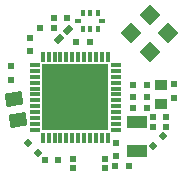
<source format=gtp>
%FSTAX23Y23*%
%MOIN*%
%SFA1B1*%

%IPPOS*%
%AMD17*
4,1,4,-0.024100,-0.027200,0.032000,-0.017300,0.024100,0.027200,-0.032000,0.017300,-0.024100,-0.027200,0.0*
%
%AMD19*
4,1,4,0.002100,0.018700,-0.018700,-0.002100,-0.002100,-0.018700,0.018700,0.002100,0.002100,0.018700,0.0*
%
%AMD22*
4,1,4,-0.034800,0.000000,0.000000,-0.034800,0.034800,0.000000,0.000000,0.034800,-0.034800,0.000000,0.0*
%
%AMD26*
4,1,4,0.000000,-0.015300,0.015300,0.000000,0.000000,0.015300,-0.015300,0.000000,0.000000,-0.015300,0.0*
%
%AMD27*
4,1,4,-0.015300,0.000000,0.000000,-0.015300,0.015300,0.000000,0.000000,0.015300,-0.015300,0.000000,0.0*
%
%ADD14R,0.224410X0.224410*%
%ADD15R,0.011810X0.033470*%
%ADD16R,0.033470X0.011810*%
G04~CAMADD=17~9~0.0~0.0~570.9~452.8~0.0~0.0~0~0.0~0.0~0.0~0.0~0~0.0~0.0~0.0~0.0~0~0.0~0.0~0.0~190.0~640.0~543.0*
%ADD17D17*%
%ADD18R,0.039370X0.035430*%
G04~CAMADD=19~9~0.0~0.0~295.3~236.2~0.0~0.0~0~0.0~0.0~0.0~0.0~0~0.0~0.0~0.0~0.0~0~0.0~0.0~0.0~45.0~374.0~373.0*
%ADD19D19*%
%ADD20R,0.021650X0.021650*%
%ADD21R,0.070870X0.039370*%
G04~CAMADD=22~10~0.0~492.1~0.0~0.0~0.0~0.0~0~0.0~0.0~0.0~0.0~0~0.0~0.0~0.0~0.0~0~0.0~0.0~0.0~135.0~492.1~0.0*
%ADD22D22*%
%ADD23R,0.015750X0.023620*%
%ADD24R,0.023620X0.015750*%
%ADD25R,0.021650X0.021650*%
G04~CAMADD=26~10~0.0~216.5~0.0~0.0~0.0~0.0~0~0.0~0.0~0.0~0.0~0~0.0~0.0~0.0~0.0~0~0.0~0.0~0.0~225.0~216.5~0.0*
%ADD26D26*%
G04~CAMADD=27~10~0.0~216.5~0.0~0.0~0.0~0.0~0~0.0~0.0~0.0~0.0~0~0.0~0.0~0.0~0.0~0~0.0~0.0~0.0~135.0~216.5~0.0*
%ADD27D27*%
%LNlogger_layout_v2_5mil-1*%
%LPD*%
G54D14*
X0025Y00284D03*
G54D15*
X00358Y00148D03*
X00338D03*
X00318D03*
X00299D03*
X00279D03*
X00259D03*
X0024D03*
X0022D03*
X002D03*
X00181D03*
X00161D03*
X00141D03*
Y0042D03*
X00161D03*
X00181D03*
X002D03*
X0022D03*
X0024D03*
X00259D03*
X00279D03*
X00299D03*
X00318D03*
X00338D03*
X00358D03*
G54D16*
X00114Y00175D03*
Y00195D03*
Y00215D03*
Y00234D03*
Y00254D03*
Y00274D03*
Y00294D03*
Y00313D03*
Y00333D03*
Y00353D03*
Y00372D03*
Y00392D03*
X00385D03*
Y00372D03*
Y00353D03*
Y00333D03*
Y00313D03*
Y00294D03*
Y00274D03*
Y00254D03*
Y00234D03*
Y00215D03*
Y00195D03*
Y00175D03*
G54D17*
X00057Y0021D03*
X00045Y00279D03*
G54D18*
X00535Y00263D03*
Y00326D03*
G54D19*
X00194Y00479D03*
X00225Y0051D03*
G54D20*
X00242Y00079D03*
Y0005D03*
X00347D03*
Y00079D03*
X00382Y00055D03*
X00428D03*
X00147Y00075D03*
X00193D03*
X00507Y0022D03*
X00553D03*
X00488Y00325D03*
X00442D03*
X00298Y0047D03*
X00252D03*
X00553Y00185D03*
X00507D03*
X00488Y00285D03*
X00442D03*
X00488Y0025D03*
X00442D03*
X00132Y00515D03*
X00178D03*
X00223Y0055D03*
X00177D03*
G54D21*
X00454Y00203D03*
Y00104D03*
G54D22*
X00497Y0056D03*
X00434Y00497D03*
X0056D03*
X00497Y00434D03*
G54D23*
X00274Y00566D03*
X003D03*
X00325D03*
X00274Y00513D03*
X003D03*
X00325D03*
G54D24*
X00339Y0054D03*
X0026D03*
G54D25*
X001Y00437D03*
Y00483D03*
X00385Y00087D03*
Y00133D03*
X0058Y00282D03*
Y00328D03*
X00035Y00388D03*
Y00342D03*
G54D26*
X00093Y00131D03*
X00126Y00098D03*
G54D27*
X00541Y00156D03*
X00508Y00123D03*
M02*
</source>
